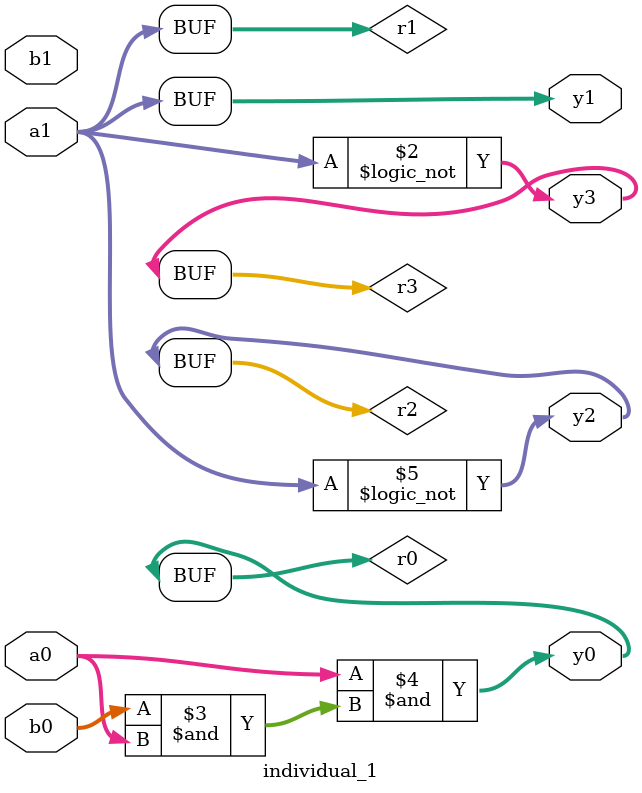
<source format=sv>
module individual_1(input logic [15:0] a1, input logic [15:0] a0, input logic [15:0] b1, input logic [15:0] b0, output logic [15:0] y3, output logic [15:0] y2, output logic [15:0] y1, output logic [15:0] y0);
logic [15:0] r0, r1, r2, r3; 
 always@(*) begin 
	 r0 = a0; r1 = a1; r2 = b0; r3 = b1; 
 	 r3 = ! a1 ;
 	 r2  &=  r0 ;
 	 r0  &=  r2 ;
 	 r2 = ! a1 ;
 	 y3 = r3; y2 = r2; y1 = r1; y0 = r0; 
end
endmodule
</source>
